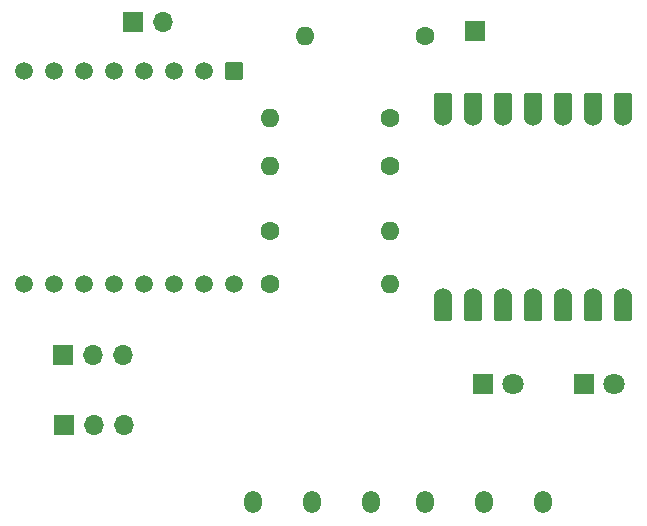
<source format=gbr>
%TF.GenerationSoftware,KiCad,Pcbnew,9.0.0*%
%TF.CreationDate,2025-03-31T22:17:34-07:00*%
%TF.ProjectId,DustBin_PCB,44757374-4269-46e5-9f50-43422e6b6963,rev?*%
%TF.SameCoordinates,Original*%
%TF.FileFunction,Soldermask,Top*%
%TF.FilePolarity,Negative*%
%FSLAX46Y46*%
G04 Gerber Fmt 4.6, Leading zero omitted, Abs format (unit mm)*
G04 Created by KiCad (PCBNEW 9.0.0) date 2025-03-31 22:17:34*
%MOMM*%
%LPD*%
G01*
G04 APERTURE LIST*
G04 Aperture macros list*
%AMRoundRect*
0 Rectangle with rounded corners*
0 $1 Rounding radius*
0 $2 $3 $4 $5 $6 $7 $8 $9 X,Y pos of 4 corners*
0 Add a 4 corners polygon primitive as box body*
4,1,4,$2,$3,$4,$5,$6,$7,$8,$9,$2,$3,0*
0 Add four circle primitives for the rounded corners*
1,1,$1+$1,$2,$3*
1,1,$1+$1,$4,$5*
1,1,$1+$1,$6,$7*
1,1,$1+$1,$8,$9*
0 Add four rect primitives between the rounded corners*
20,1,$1+$1,$2,$3,$4,$5,0*
20,1,$1+$1,$4,$5,$6,$7,0*
20,1,$1+$1,$6,$7,$8,$9,0*
20,1,$1+$1,$8,$9,$2,$3,0*%
G04 Aperture macros list end*
%ADD10O,1.500000X1.900000*%
%ADD11C,1.800000*%
%ADD12R,1.800000X1.800000*%
%ADD13O,1.600000X1.600000*%
%ADD14C,1.600000*%
%ADD15C,1.512000*%
%ADD16RoundRect,0.102000X-0.654000X0.654000X-0.654000X-0.654000X0.654000X-0.654000X0.654000X0.654000X0*%
%ADD17R,1.700000X1.700000*%
%ADD18O,1.700000X1.700000*%
%ADD19RoundRect,0.152400X0.609600X-1.063600X0.609600X1.063600X-0.609600X1.063600X-0.609600X-1.063600X0*%
%ADD20C,1.524000*%
%ADD21RoundRect,0.152400X-0.609600X1.063600X-0.609600X-1.063600X0.609600X-1.063600X0.609600X1.063600X0*%
G04 APERTURE END LIST*
D10*
%TO.C,POT_SENSITIVITY1*%
X38000000Y-63500000D03*
X43000000Y-63500000D03*
X48000000Y-63500000D03*
%TD*%
D11*
%TO.C,GREEN_EMF1*%
X60000000Y-53500000D03*
D12*
X57460000Y-53500000D03*
%TD*%
D13*
%TO.C,R4*%
X39420000Y-31000000D03*
D14*
X49580000Y-31000000D03*
%TD*%
D10*
%TO.C,POT_RUN_T1*%
X52500000Y-63500000D03*
X57500000Y-63500000D03*
X62500000Y-63500000D03*
%TD*%
D14*
%TO.C,R1*%
X39420000Y-40500000D03*
D13*
X49580000Y-40500000D03*
%TD*%
D12*
%TO.C,RED_Power1*%
X66000000Y-53500000D03*
D11*
X68540000Y-53500000D03*
%TD*%
D15*
%TO.C,U2*%
X28770000Y-26983000D03*
X26230000Y-26983000D03*
X28770000Y-45017000D03*
X26230000Y-45017000D03*
X23690000Y-26983000D03*
X31310000Y-26983000D03*
X31310000Y-45017000D03*
X23690000Y-45017000D03*
X33850000Y-26983000D03*
X33850000Y-45017000D03*
X21150000Y-26983000D03*
X21150000Y-45017000D03*
D16*
X36390000Y-26983000D03*
D15*
X36390000Y-45017000D03*
X18610000Y-26983000D03*
X18610000Y-45017000D03*
%TD*%
D17*
%TO.C,SPK1*%
X27810000Y-22850000D03*
D18*
X30350000Y-22850000D03*
%TD*%
D17*
%TO.C,RELAY2*%
X21920000Y-51000000D03*
D18*
X24460000Y-51000000D03*
X27000000Y-51000000D03*
%TD*%
D17*
%TO.C,RELAY1*%
X21960000Y-57000000D03*
D18*
X24500000Y-57000000D03*
X27040000Y-57000000D03*
%TD*%
D14*
%TO.C,R5*%
X52500000Y-24000000D03*
D13*
X42340000Y-24000000D03*
%TD*%
D14*
%TO.C,R3*%
X49580000Y-35000000D03*
D13*
X39420000Y-35000000D03*
%TD*%
D14*
%TO.C,R2*%
X39420000Y-45000000D03*
D13*
X49580000Y-45000000D03*
%TD*%
D17*
%TO.C,Antenna1*%
X56801500Y-23620000D03*
%TD*%
D19*
%TO.C,U1*%
X69301500Y-30045000D03*
D20*
X69301500Y-30880000D03*
D19*
X66761500Y-30045000D03*
D20*
X66761500Y-30880000D03*
D19*
X64221500Y-30045000D03*
D20*
X64221500Y-30880000D03*
D19*
X61681500Y-30045000D03*
D20*
X61681500Y-30880000D03*
D19*
X59141500Y-30045000D03*
D20*
X59141500Y-30880000D03*
D19*
X56601500Y-30045000D03*
D20*
X56601500Y-30880000D03*
D19*
X54061500Y-30045000D03*
D20*
X54061500Y-30880000D03*
X54061500Y-46120000D03*
D21*
X54061500Y-46955000D03*
D20*
X56601500Y-46120000D03*
D21*
X56601500Y-46955000D03*
D20*
X59141500Y-46120000D03*
D21*
X59141500Y-46955000D03*
D20*
X61681500Y-46120000D03*
D21*
X61681500Y-46955000D03*
D20*
X64221500Y-46120000D03*
D21*
X64221500Y-46955000D03*
D20*
X66761500Y-46120000D03*
D21*
X66761500Y-46955000D03*
D20*
X69301500Y-46120000D03*
D21*
X69301500Y-46955000D03*
%TD*%
M02*

</source>
